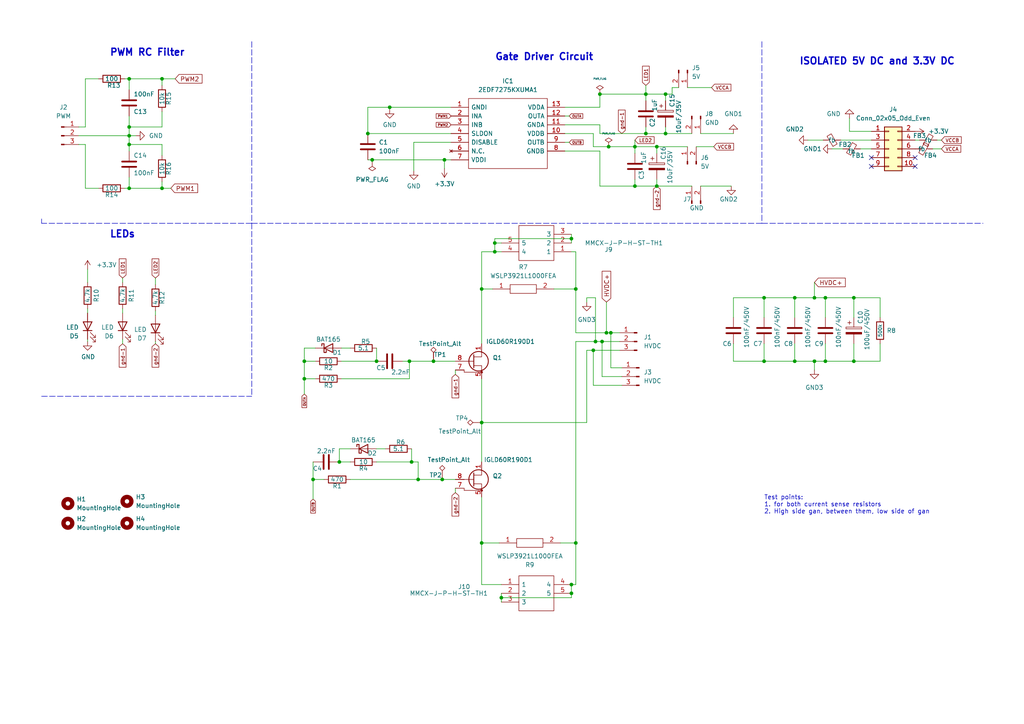
<source format=kicad_sch>
(kicad_sch (version 20211123) (generator eeschema)
  (paper "A4")
  (lib_symbols
    (symbol "2EDF7275KXUMA1:2EDF7275KXUMA1" (pin_names (offset 0.762))
      (property "Reference" "IC" (at 29.21 7.62 0))
      (property "Value" "2EDF7275KXUMA1" (at 29.21 5.08 0))
      (symbol "2EDF7275KXUMA1_0_0"
        (pin passive line (at 0 0 0) (length 5.08) (name "GNDI") (number "1"))
        (pin passive line (at 33.02 -7.62 180) (length 5.08) (name "VDDB") (number "10"))
        (pin passive line (at 33.02 -5.08 180) (length 5.08) (name "GNDA") (number "11"))
        (pin passive line (at 33.02 -2.54 180) (length 5.08) (name "OUTA") (number "12"))
        (pin passive line (at 33.02 0 180) (length 5.08) (name "VDDA") (number "13"))
        (pin passive line (at 0 -2.54 0) (length 5.08) (name "INA") (number "2"))
        (pin passive line (at 0 -5.08 0) (length 5.08) (name "INB") (number "3"))
        (pin passive line (at 0 -7.62 0) (length 5.08) (name "SLDON") (number "4"))
        (pin passive line (at 0 -10.16 0) (length 5.08) (name "DISABLE") (number "5"))
        (pin no_connect line (at 0 -12.7 0) (length 5.08) (name "N.C.") (number "6"))
        (pin passive line (at 0 -15.24 0) (length 5.08) (name "VDDI") (number "7"))
        (pin passive line (at 33.02 -12.7 180) (length 5.08) (name "GNDB") (number "8"))
        (pin passive line (at 33.02 -10.16 180) (length 5.08) (name "OUTB") (number "9"))
      )
      (symbol "2EDF7275KXUMA1_0_1"
        (polyline (pts (xy 5.08 2.54) (xy 27.94 2.54) (xy 27.94 -17.78) (xy 5.08 -17.78) (xy 5.08 2.54)) (stroke (width 0.1524)))
      )
    )
    (symbol "Connector:Conn_01x02_Male" (pin_names (offset 1.016) hide)
      (property "Reference" "J" (at 0 2.54 0))
      (property "Value" "Conn_01x02_Male" (at 0 -5.08 0))
      (symbol "Conn_01x02_Male_1_1"
        (polyline (pts (xy 1.27 -2.54) (xy 0.8636 -2.54)) (stroke (width 0.1524)))
        (polyline (pts (xy 1.27 0) (xy 0.8636 0)) (stroke (width 0.1524)))
        (rectangle (start 0.8636 -2.413) (end 0 -2.667) (stroke (width 0.1524)) (fill (type outline)))
        (rectangle (start 0.8636 0.127) (end 0 -0.127) (stroke (width 0.1524)) (fill (type outline)))
        (pin passive line (at 5.08 0 180) (length 3.81) (name "Pin_1") (number "1"))
        (pin passive line (at 5.08 -2.54 180) (length 3.81) (name "Pin_2") (number "2"))
      )
    )
    (symbol "Connector:Conn_01x03_Male" (pin_names (offset 1.016) hide)
      (property "Reference" "J" (at 0 5.08 0))
      (property "Value" "Conn_01x03_Male" (at 0 -5.08 0))
      (symbol "Conn_01x03_Male_1_1"
        (polyline (pts (xy 1.27 -2.54) (xy 0.8636 -2.54)) (stroke (width 0.1524)))
        (polyline (pts (xy 1.27 0) (xy 0.8636 0)) (stroke (width 0.1524)))
        (polyline (pts (xy 1.27 2.54) (xy 0.8636 2.54)) (stroke (width 0.1524)))
        (rectangle (start 0.8636 -2.413) (end 0 -2.667) (stroke (width 0.1524)) (fill (type outline)))
        (rectangle (start 0.8636 0.127) (end 0 -0.127) (stroke (width 0.1524)) (fill (type outline)))
        (rectangle (start 0.8636 2.667) (end 0 2.413) (stroke (width 0.1524)) (fill (type outline)))
        (pin passive line (at 5.08 2.54 180) (length 3.81) (name "Pin_1") (number "1"))
        (pin passive line (at 5.08 0 180) (length 3.81) (name "Pin_2") (number "2"))
        (pin passive line (at 5.08 -2.54 180) (length 3.81) (name "Pin_3") (number "3"))
      )
    )
    (symbol "Connector:TestPoint_Alt" (pin_numbers hide) (pin_names (offset 0.762) hide)
      (property "Reference" "TP" (at 0 6.858 0))
      (property "Value" "TestPoint_Alt" (at 0 5.08 0))
      (symbol "TestPoint_Alt_0_1"
        (polyline (pts (xy 0 2.54) (xy -0.762 3.302) (xy 0 4.064) (xy 0.762 3.302) (xy 0 2.54)))
      )
      (symbol "TestPoint_Alt_1_1"
        (pin passive line (at 0 0 90) (length 2.54) (name "1") (number "1"))
      )
    )
    (symbol "Connector_Generic:Conn_02x05_Odd_Even" (pin_names (offset 1.016) hide)
      (property "Reference" "J" (at 1.27 7.62 0))
      (property "Value" "Conn_02x05_Odd_Even" (at 1.27 -7.62 0))
      (symbol "Conn_02x05_Odd_Even_1_1"
        (rectangle (start -1.27 -4.953) (end 0 -5.207) (stroke (width 0.1524)))
        (rectangle (start -1.27 -2.413) (end 0 -2.667) (stroke (width 0.1524)))
        (rectangle (start -1.27 0.127) (end 0 -0.127) (stroke (width 0.1524)))
        (rectangle (start -1.27 2.667) (end 0 2.413) (stroke (width 0.1524)))
        (rectangle (start -1.27 5.207) (end 0 4.953) (stroke (width 0.1524)))
        (rectangle (start -1.27 6.35) (end 3.81 -6.35) (stroke (width 0.254)) (fill (type background)))
        (rectangle (start 3.81 -4.953) (end 2.54 -5.207) (stroke (width 0.1524)))
        (rectangle (start 3.81 -2.413) (end 2.54 -2.667) (stroke (width 0.1524)))
        (rectangle (start 3.81 0.127) (end 2.54 -0.127) (stroke (width 0.1524)))
        (rectangle (start 3.81 2.667) (end 2.54 2.413) (stroke (width 0.1524)))
        (rectangle (start 3.81 5.207) (end 2.54 4.953) (stroke (width 0.1524)))
        (pin passive line (at -5.08 5.08 0) (length 3.81) (name "Pin_1") (number "1"))
        (pin passive line (at 7.62 -5.08 180) (length 3.81) (name "Pin_10") (number "10"))
        (pin passive line (at 7.62 5.08 180) (length 3.81) (name "Pin_2") (number "2"))
        (pin passive line (at -5.08 2.54 0) (length 3.81) (name "Pin_3") (number "3"))
        (pin passive line (at 7.62 2.54 180) (length 3.81) (name "Pin_4") (number "4"))
        (pin passive line (at -5.08 0 0) (length 3.81) (name "Pin_5") (number "5"))
        (pin passive line (at 7.62 0 180) (length 3.81) (name "Pin_6") (number "6"))
        (pin passive line (at -5.08 -2.54 0) (length 3.81) (name "Pin_7") (number "7"))
        (pin passive line (at 7.62 -2.54 180) (length 3.81) (name "Pin_8") (number "8"))
        (pin passive line (at -5.08 -5.08 0) (length 3.81) (name "Pin_9") (number "9"))
      )
    )
    (symbol "Device:C" (pin_numbers hide) (pin_names (offset 0.254))
      (property "Reference" "C" (at 0.635 2.54 0))
      (property "Value" "C" (at 0.635 -2.54 0))
      (symbol "C_0_1"
        (polyline (pts (xy -2.032 -0.762) (xy 2.032 -0.762)) (stroke (width 0.508)))
        (polyline (pts (xy -2.032 0.762) (xy 2.032 0.762)) (stroke (width 0.508)))
      )
      (symbol "C_1_1"
        (pin passive line (at 0 3.81 270) (length 2.794) (name "~") (number "1"))
        (pin passive line (at 0 -3.81 90) (length 2.794) (name "~") (number "2"))
      )
    )
    (symbol "Device:C_Polarized" (pin_numbers hide) (pin_names (offset 0.254))
      (property "Reference" "C" (at 0.635 2.54 0))
      (property "Value" "C_Polarized" (at 0.635 -2.54 0))
      (symbol "C_Polarized_0_1"
        (rectangle (start -2.286 0.508) (end 2.286 1.016))
        (polyline (pts (xy -1.778 2.286) (xy -0.762 2.286)))
        (polyline (pts (xy -1.27 2.794) (xy -1.27 1.778)))
        (rectangle (start 2.286 -0.508) (end -2.286 -1.016) (fill (type outline)))
      )
      (symbol "C_Polarized_1_1"
        (pin passive line (at 0 3.81 270) (length 2.794) (name "~") (number "1"))
        (pin passive line (at 0 -3.81 90) (length 2.794) (name "~") (number "2"))
      )
    )
    (symbol "Device:D_Schottky" (pin_numbers hide) (pin_names (offset 1.016) hide)
      (property "Reference" "D" (at 0 2.54 0))
      (property "Value" "D_Schottky" (at 0 -2.54 0))
      (symbol "D_Schottky_0_1"
        (polyline (pts (xy 1.27 0) (xy -1.27 0)))
        (polyline (pts (xy 1.27 1.27) (xy 1.27 -1.27) (xy -1.27 0) (xy 1.27 1.27)) (stroke (width 0.254)))
        (polyline (pts (xy -1.905 0.635) (xy -1.905 1.27) (xy -1.27 1.27) (xy -1.27 -1.27) (xy -0.635 -1.27) (xy -0.635 -0.635)) (stroke (width 0.254)))
      )
      (symbol "D_Schottky_1_1"
        (pin passive line (at -3.81 0 0) (length 2.54) (name "K") (number "1"))
        (pin passive line (at 3.81 0 180) (length 2.54) (name "A") (number "2"))
      )
    )
    (symbol "Device:FerriteBead_Small" (pin_numbers hide) (pin_names (offset 0))
      (property "Reference" "FB" (at 1.905 1.27 0))
      (property "Value" "FerriteBead_Small" (at 1.905 -1.27 0))
      (symbol "FerriteBead_Small_0_1"
        (polyline (pts (xy 0 -1.27) (xy 0 -0.7874)))
        (polyline (pts (xy 0 0.889) (xy 0 1.2954)))
        (polyline (pts (xy -1.8288 0.2794) (xy -1.1176 1.4986) (xy 1.8288 -0.2032) (xy 1.1176 -1.4224) (xy -1.8288 0.2794)))
      )
      (symbol "FerriteBead_Small_1_1"
        (pin passive line (at 0 2.54 270) (length 1.27) (name "~") (number "1"))
        (pin passive line (at 0 -2.54 90) (length 1.27) (name "~") (number "2"))
      )
    )
    (symbol "Device:LED" (pin_numbers hide) (pin_names (offset 1.016) hide)
      (property "Reference" "D" (at 0 2.54 0))
      (property "Value" "LED" (at 0 -2.54 0))
      (symbol "LED_0_1"
        (polyline (pts (xy -1.27 -1.27) (xy -1.27 1.27)) (stroke (width 0.254)))
        (polyline (pts (xy -1.27 0) (xy 1.27 0)))
        (polyline (pts (xy 1.27 -1.27) (xy 1.27 1.27) (xy -1.27 0) (xy 1.27 -1.27)) (stroke (width 0.254)))
        (polyline (pts (xy -3.048 -0.762) (xy -4.572 -2.286) (xy -3.81 -2.286) (xy -4.572 -2.286) (xy -4.572 -1.524)))
        (polyline (pts (xy -1.778 -0.762) (xy -3.302 -2.286) (xy -2.54 -2.286) (xy -3.302 -2.286) (xy -3.302 -1.524)))
      )
      (symbol "LED_1_1"
        (pin passive line (at -3.81 0 0) (length 2.54) (name "K") (number "1"))
        (pin passive line (at 3.81 0 180) (length 2.54) (name "A") (number "2"))
      )
    )
    (symbol "Device:R" (pin_numbers hide) (pin_names (offset 0))
      (property "Reference" "R" (at 2.032 0 90))
      (property "Value" "R" (at 0 0 90))
      (symbol "R_0_1"
        (rectangle (start -1.016 -2.54) (end 1.016 2.54) (stroke (width 0.254)))
      )
      (symbol "R_1_1"
        (pin passive line (at 0 3.81 270) (length 1.27) (name "~") (number "1"))
        (pin passive line (at 0 -3.81 90) (length 1.27) (name "~") (number "2"))
      )
    )
    (symbol "MMCX-J-P-H-ST-TH1:MMCX-J-P-H-ST-TH1" (pin_names (offset 0.762))
      (property "Reference" "J" (at 16.51 7.62 0))
      (property "Value" "MMCX-J-P-H-ST-TH1" (at 16.51 5.08 0))
      (symbol "MMCX-J-P-H-ST-TH1_0_0"
        (pin passive line (at 0 0 0) (length 5.08) (name "1") (number "1"))
        (pin passive line (at 0 -2.54 0) (length 5.08) (name "2") (number "2"))
        (pin passive line (at 0 -5.08 0) (length 5.08) (name "3") (number "3"))
        (pin passive line (at 20.32 0 180) (length 5.08) (name "4") (number "4"))
        (pin passive line (at 20.32 -2.54 180) (length 5.08) (name "5") (number "5"))
      )
      (symbol "MMCX-J-P-H-ST-TH1_0_1"
        (polyline (pts (xy 5.08 2.54) (xy 15.24 2.54) (xy 15.24 -7.62) (xy 5.08 -7.62) (xy 5.08 2.54)) (stroke (width 0.1524)))
      )
    )
    (symbol "Mechanical:MountingHole" (pin_names (offset 1.016))
      (property "Reference" "H" (at 0 5.08 0))
      (property "Value" "MountingHole" (at 0 3.175 0))
      (symbol "MountingHole_0_1"
        (circle (center 0 0) (radius 1.27) (stroke (width 1.27)))
      )
    )
    (symbol "Transistor_FET:IGLD60R190D1" (pin_names (offset 0) hide)
      (property "Reference" "Q" (at 5.08 1.905 0))
      (property "Value" "IGLD60R190D1" (at 5.08 0 0))
      (symbol "IGLD60R190D1_0_1"
        (polyline (pts (xy -2.54 0) (xy 0.254 0)))
        (polyline (pts (xy -2.54 -2.54) (xy -2.54 -3.175) (xy 2.54 -3.175)))
        (polyline (pts (xy 0.254 -1.27) (xy 2.54 -1.27) (xy 2.54 -2.54)))
        (polyline (pts (xy 0.254 1.905) (xy 0.254 -1.905) (xy 0.254 -1.905)) (stroke (width 0.254)))
        (polyline (pts (xy 2.54 2.54) (xy 2.54 1.27) (xy 0.254 1.27)))
        (circle (center 1.651 0) (radius 2.8194) (stroke (width 0.254)))
        (circle (center 2.54 -3.175) (radius 0.2794) (fill (type outline)))
      )
      (symbol "IGLD60R190D1_1_1"
        (pin passive line (at 2.54 5.08 270) (length 2.54) (name "D") (number "1"))
        (pin passive line (at 2.54 5.08 270) (length 2.54) hide (name "D") (number "2"))
        (pin passive line (at 2.54 5.08 270) (length 2.54) hide (name "D") (number "3"))
        (pin passive line (at 2.54 5.08 270) (length 2.54) hide (name "D") (number "4"))
        (pin passive line (at 2.54 -5.08 90) (length 2.54) (name "S") (number "5"))
        (pin passive line (at 2.54 -5.08 90) (length 2.54) hide (name "S") (number "6"))
        (pin passive line (at -5.08 -2.54 0) (length 2.54) (name "SS") (number "7"))
        (pin input line (at -5.08 0 0) (length 2.54) (name "G") (number "8"))
        (pin passive line (at 2.54 -5.08 90) (length 2.54) hide (name "S") (number "9"))
      )
    )
    (symbol "WSLP3921L1000FEA:WSLP3921L1000FEA" (pin_names (offset 0.762))
      (property "Reference" "R" (at 13.97 6.35 0))
      (property "Value" "WSLP3921L1000FEA" (at 13.97 3.81 0))
      (symbol "WSLP3921L1000FEA_0_0"
        (pin passive line (at 0 0 0) (length 5.08) (name "~") (number "1"))
        (pin passive line (at 17.78 0 180) (length 5.08) (name "~") (number "2"))
      )
      (symbol "WSLP3921L1000FEA_0_1"
        (polyline (pts (xy 5.08 1.27) (xy 12.7 1.27) (xy 12.7 -1.27) (xy 5.08 -1.27) (xy 5.08 1.27)) (stroke (width 0.1524)))
      )
    )
    (symbol "power:+3.3V" (power) (pin_names (offset 0))
      (property "Value" "+3.3V" (at 0 3.556 0))
      (symbol "+3.3V_0_1"
        (polyline (pts (xy -0.762 1.27) (xy 0 2.54)))
        (polyline (pts (xy 0 0) (xy 0 2.54)))
        (polyline (pts (xy 0 2.54) (xy 0.762 1.27)))
      )
      (symbol "+3.3V_1_1"
        (pin power_in line (at 0 0 90) (length 0) hide (name "+3.3V") (number "1"))
      )
    )
    (symbol "power:GND" (power) (pin_names (offset 0))
      (property "Value" "GND" (at 0 -3.81 0))
      (symbol "GND_0_1"
        (polyline (pts (xy 0 0) (xy 0 -1.27) (xy 1.27 -1.27) (xy 0 -2.54) (xy -1.27 -1.27) (xy 0 -1.27)))
      )
      (symbol "GND_1_1"
        (pin power_in line (at 0 0 270) (length 0) hide (name "GND") (number "1"))
      )
    )
    (symbol "power:GND1" (power) (pin_names (offset 0))
      (property "Value" "GND1" (at 0 -3.81 0))
      (symbol "GND1_0_1"
        (polyline (pts (xy 0 0) (xy 0 -1.27) (xy 1.27 -1.27) (xy 0 -2.54) (xy -1.27 -1.27) (xy 0 -1.27)))
      )
      (symbol "GND1_1_1"
        (pin power_in line (at 0 0 270) (length 0) hide (name "GND1") (number "1"))
      )
    )
    (symbol "power:GND2" (power) (pin_names (offset 0))
      (property "Value" "GND2" (at 0 -3.81 0))
      (symbol "GND2_0_1"
        (polyline (pts (xy 0 0) (xy 0 -1.27) (xy 1.27 -1.27) (xy 0 -2.54) (xy -1.27 -1.27) (xy 0 -1.27)))
      )
      (symbol "GND2_1_1"
        (pin power_in line (at 0 0 270) (length 0) hide (name "GND2") (number "1"))
      )
    )
    (symbol "power:GND3" (power) (pin_names (offset 0))
      (property "Value" "GND3" (at 0 -3.81 0))
      (symbol "GND3_0_1"
        (polyline (pts (xy 0 0) (xy 0 -1.27) (xy 1.27 -1.27) (xy 0 -2.54) (xy -1.27 -1.27) (xy 0 -1.27)))
      )
      (symbol "GND3_1_1"
        (pin power_in line (at 0 0 270) (length 0) hide (name "GND3") (number "1"))
      )
    )
    (symbol "power:PWR_FLAG" (power) (pin_numbers hide) (pin_names (offset 0) hide)
      (property "Value" "PWR_FLAG" (at 0 3.81 0))
      (symbol "PWR_FLAG_0_0"
        (pin power_out line (at 0 0 90) (length 0) (name "pwr") (number "1"))
      )
      (symbol "PWR_FLAG_0_1"
        (polyline (pts (xy 0 0) (xy 0 1.27) (xy -1.016 1.905) (xy 0 2.54) (xy 1.016 1.905) (xy 0 1.27)))
      )
    )
  )
  (junction (at 193.04 27.305))
  (junction (at 247.65 104.775))
  (junction (at 139.7 83.82))
  (junction (at 37.465 54.61))
  (junction (at 145.415 173.355))
  (junction (at 109.22 104.775))
  (junction (at 177.165 96.52))
  (junction (at 107.95 46.355))
  (junction (at 230.505 104.775))
  (junction (at 187.325 27.305))
  (junction (at 236.22 86.36))
  (junction (at 128.905 46.355))
  (junction (at 119.38 133.985))
  (junction (at 106.68 38.735))
  (junction (at 230.505 86.36))
  (junction (at 190.5 53.975))
  (junction (at 172.72 99.06))
  (junction (at 88.265 104.775))
  (junction (at 37.465 41.91))
  (junction (at 184.15 42.545))
  (junction (at 236.22 104.775))
  (junction (at 184.15 53.975))
  (junction (at 46.99 22.86))
  (junction (at 175.895 96.52))
  (junction (at 139.7 122.555))
  (junction (at 113.03 31.115))
  (junction (at 90.805 139.065))
  (junction (at 46.99 54.61))
  (junction (at 98.425 133.985))
  (junction (at 37.465 36.83))
  (junction (at 165.735 169.545))
  (junction (at 239.395 86.36))
  (junction (at 143.51 73.025))
  (junction (at 143.51 70.485))
  (junction (at 165.735 69.215))
  (junction (at 128.27 139.065))
  (junction (at 139.7 157.48))
  (junction (at 173.99 27.305))
  (junction (at 193.04 38.735))
  (junction (at 118.745 104.775))
  (junction (at 167.005 83.82))
  (junction (at 239.395 104.775))
  (junction (at 172.085 101.6))
  (junction (at 37.465 39.37))
  (junction (at 37.465 22.86))
  (junction (at 174.625 99.06))
  (junction (at 88.265 109.855))
  (junction (at 167.005 157.48))
  (junction (at 121.285 139.065))
  (junction (at 165.735 172.085))
  (junction (at 190.5 42.545))
  (junction (at 125.73 104.775))
  (junction (at 247.65 86.36))
  (junction (at 221.615 104.775))
  (junction (at 221.615 86.36))
  (junction (at 176.53 42.545))
  (junction (at 187.325 38.735))
  (no_connect (at 252.73 48.26))
  (no_connect (at 252.73 45.72))
  (no_connect (at 265.43 48.26))
  (no_connect (at 265.43 45.72))
  (wire (pts (xy 98.425 130.175) (xy 101.6 130.175)))
  (wire (pts (xy 24.765 54.61) (xy 24.765 41.91)))
  (wire (pts (xy 173.99 43.815) (xy 163.83 43.815)))
  (wire (pts (xy 172.085 101.6) (xy 179.705 101.6)))
  (polyline (pts (xy 12.065 114.935) (xy 73.025 114.935)))
  (wire (pts (xy 107.95 46.355) (xy 107.95 46.99)))
  (wire (pts (xy 45.085 90.17) (xy 45.085 91.44)))
  (wire (pts (xy 106.68 38.735) (xy 130.81 38.735)))
  (wire (pts (xy 193.04 36.83) (xy 193.04 38.735)))
  (wire (pts (xy 187.325 29.21) (xy 187.325 27.305)))
  (wire (pts (xy 190.5 42.545) (xy 199.39 42.545)))
  (wire (pts (xy 99.06 104.775) (xy 109.22 104.775)))
  (wire (pts (xy 139.7 109.855) (xy 139.7 122.555)))
  (wire (pts (xy 180.34 106.68) (xy 177.165 106.68)))
  (wire (pts (xy 113.03 31.75) (xy 113.03 31.115)))
  (polyline (pts (xy 220.98 64.77) (xy 285.115 64.77)))
  (wire (pts (xy 143.51 70.485) (xy 143.51 69.215)))
  (wire (pts (xy 143.51 69.215) (xy 165.735 69.215)))
  (wire (pts (xy 236.22 104.775) (xy 236.22 107.315)))
  (wire (pts (xy 163.83 41.275) (xy 165.1 41.275)))
  (wire (pts (xy 239.395 86.36) (xy 236.22 86.36)))
  (wire (pts (xy 24.765 22.86) (xy 28.575 22.86)))
  (wire (pts (xy 165.735 169.545) (xy 167.005 169.545)))
  (wire (pts (xy 173.99 38.735) (xy 173.99 36.195)))
  (wire (pts (xy 132.08 142.875) (xy 132.08 141.605)))
  (wire (pts (xy 177.165 106.68) (xy 177.165 96.52)))
  (polyline (pts (xy 220.98 12.065) (xy 220.98 64.77)))
  (wire (pts (xy 165.735 172.085) (xy 165.735 173.355)))
  (wire (pts (xy 212.725 92.075) (xy 212.725 86.36)))
  (wire (pts (xy 145.415 73.025) (xy 143.51 73.025)))
  (wire (pts (xy 175.895 87.63) (xy 175.895 96.52)))
  (wire (pts (xy 184.15 42.545) (xy 190.5 42.545)))
  (wire (pts (xy 221.615 86.36) (xy 221.615 92.075)))
  (wire (pts (xy 165.735 67.945) (xy 165.735 69.215)))
  (wire (pts (xy 193.04 27.305) (xy 194.945 27.305)))
  (wire (pts (xy 120.015 41.275) (xy 120.015 49.53)))
  (wire (pts (xy 143.51 73.025) (xy 139.7 73.025)))
  (wire (pts (xy 173.99 31.115) (xy 173.99 27.305)))
  (wire (pts (xy 128.27 139.065) (xy 132.08 139.065)))
  (wire (pts (xy 234.315 40.64) (xy 238.76 40.64)))
  (wire (pts (xy 175.895 96.52) (xy 177.165 96.52)))
  (wire (pts (xy 37.465 41.91) (xy 37.465 43.815)))
  (wire (pts (xy 165.735 69.215) (xy 165.735 70.485)))
  (wire (pts (xy 172.085 38.735) (xy 163.83 38.735)))
  (wire (pts (xy 193.04 38.735) (xy 200.66 38.735)))
  (wire (pts (xy 163.83 33.655) (xy 165.1 33.655)))
  (wire (pts (xy 230.505 86.36) (xy 230.505 92.075)))
  (wire (pts (xy 187.325 24.765) (xy 187.325 27.305)))
  (wire (pts (xy 212.725 104.775) (xy 212.725 99.695)))
  (wire (pts (xy 106.68 31.115) (xy 113.03 31.115)))
  (wire (pts (xy 170.18 122.555) (xy 170.18 101.6)))
  (wire (pts (xy 173.99 43.815) (xy 173.99 53.975)))
  (wire (pts (xy 176.53 42.545) (xy 184.15 42.545)))
  (wire (pts (xy 221.615 104.775) (xy 212.725 104.775)))
  (wire (pts (xy 46.99 24.765) (xy 46.99 22.86)))
  (wire (pts (xy 24.765 36.83) (xy 24.765 22.86)))
  (wire (pts (xy 113.03 31.115) (xy 130.81 31.115)))
  (wire (pts (xy 37.465 22.86) (xy 37.465 26.035)))
  (wire (pts (xy 246.38 38.1) (xy 252.73 38.1)))
  (wire (pts (xy 109.22 133.985) (xy 119.38 133.985)))
  (wire (pts (xy 203.2 53.975) (xy 212.09 53.975)))
  (wire (pts (xy 247.65 99.695) (xy 247.65 104.775)))
  (wire (pts (xy 35.56 80.645) (xy 35.56 81.915)))
  (wire (pts (xy 273.05 43.18) (xy 270.51 43.18)))
  (wire (pts (xy 172.085 42.545) (xy 176.53 42.545)))
  (wire (pts (xy 90.805 139.065) (xy 90.805 133.985)))
  (wire (pts (xy 145.415 70.485) (xy 143.51 70.485)))
  (wire (pts (xy 121.285 139.065) (xy 128.27 139.065)))
  (wire (pts (xy 221.615 99.695) (xy 221.615 104.775)))
  (polyline (pts (xy 73.025 64.77) (xy 73.025 114.935)))
  (wire (pts (xy 173.99 38.735) (xy 187.325 38.735)))
  (wire (pts (xy 167.005 157.48) (xy 167.005 169.545)))
  (wire (pts (xy 101.6 133.985) (xy 98.425 133.985)))
  (wire (pts (xy 172.085 111.76) (xy 172.085 101.6)))
  (wire (pts (xy 247.65 86.36) (xy 239.395 86.36)))
  (wire (pts (xy 255.27 86.36) (xy 247.65 86.36)))
  (wire (pts (xy 93.98 139.065) (xy 90.805 139.065)))
  (wire (pts (xy 271.78 40.64) (xy 273.05 40.64)))
  (wire (pts (xy 170.18 86.36) (xy 170.18 87.63)))
  (wire (pts (xy 116.84 104.775) (xy 118.745 104.775)))
  (wire (pts (xy 46.99 45.085) (xy 46.99 41.91)))
  (wire (pts (xy 88.265 114.3) (xy 88.265 109.855)))
  (wire (pts (xy 139.7 122.555) (xy 139.7 133.985)))
  (wire (pts (xy 184.15 52.07) (xy 184.15 53.975)))
  (wire (pts (xy 173.99 27.305) (xy 187.325 27.305)))
  (wire (pts (xy 230.505 99.695) (xy 230.505 104.775)))
  (wire (pts (xy 145.415 173.355) (xy 145.415 174.625)))
  (wire (pts (xy 139.7 73.025) (xy 139.7 83.82)))
  (wire (pts (xy 22.86 36.83) (xy 24.765 36.83)))
  (wire (pts (xy 35.56 99.695) (xy 35.56 98.425)))
  (polyline (pts (xy 220.98 64.77) (xy 73.025 64.77)))
  (wire (pts (xy 37.465 33.655) (xy 37.465 36.83)))
  (wire (pts (xy 22.86 41.91) (xy 24.765 41.91)))
  (wire (pts (xy 247.65 104.775) (xy 255.27 104.775)))
  (wire (pts (xy 99.06 100.965) (xy 101.6 100.965)))
  (wire (pts (xy 118.745 104.775) (xy 125.73 104.775)))
  (wire (pts (xy 203.2 38.735) (xy 212.725 38.735)))
  (wire (pts (xy 128.905 46.355) (xy 128.905 48.895)))
  (wire (pts (xy 252.73 43.18) (xy 249.555 43.18)))
  (wire (pts (xy 172.085 42.545) (xy 172.085 38.735)))
  (wire (pts (xy 25.4 78.105) (xy 25.4 81.915)))
  (wire (pts (xy 190.5 52.07) (xy 190.5 53.975)))
  (wire (pts (xy 36.195 54.61) (xy 37.465 54.61)))
  (wire (pts (xy 46.99 54.61) (xy 37.465 54.61)))
  (wire (pts (xy 139.7 169.545) (xy 139.7 157.48)))
  (wire (pts (xy 91.44 104.775) (xy 88.265 104.775)))
  (wire (pts (xy 173.99 53.975) (xy 184.15 53.975)))
  (wire (pts (xy 46.99 32.385) (xy 46.99 36.83)))
  (wire (pts (xy 184.15 53.975) (xy 190.5 53.975)))
  (wire (pts (xy 160.655 83.82) (xy 167.005 83.82)))
  (wire (pts (xy 46.99 22.86) (xy 37.465 22.86)))
  (wire (pts (xy 139.7 122.555) (xy 170.18 122.555)))
  (wire (pts (xy 22.86 39.37) (xy 37.465 39.37)))
  (wire (pts (xy 37.465 54.61) (xy 37.465 51.435)))
  (wire (pts (xy 165.735 169.545) (xy 165.735 172.085)))
  (wire (pts (xy 90.805 144.78) (xy 90.805 139.065)))
  (wire (pts (xy 106.68 46.355) (xy 107.95 46.355)))
  (wire (pts (xy 172.72 86.36) (xy 172.72 99.06)))
  (wire (pts (xy 128.905 46.355) (xy 130.81 46.355)))
  (wire (pts (xy 199.39 25.4) (xy 206.375 25.4)))
  (wire (pts (xy 145.415 172.085) (xy 145.415 173.355)))
  (wire (pts (xy 109.22 104.775) (xy 109.22 100.965)))
  (wire (pts (xy 139.7 144.145) (xy 139.7 157.48)))
  (polyline (pts (xy 73.025 64.77) (xy 12.065 64.77)))
  (wire (pts (xy 255.27 99.695) (xy 255.27 104.775)))
  (wire (pts (xy 37.465 36.83) (xy 37.465 39.37)))
  (wire (pts (xy 139.7 83.82) (xy 139.7 99.695)))
  (wire (pts (xy 230.505 104.775) (xy 221.615 104.775)))
  (wire (pts (xy 46.99 54.61) (xy 49.53 54.61)))
  (wire (pts (xy 167.005 73.025) (xy 167.005 83.82)))
  (wire (pts (xy 46.99 22.86) (xy 50.8 22.86)))
  (wire (pts (xy 167.005 96.52) (xy 175.895 96.52)))
  (wire (pts (xy 45.085 99.695) (xy 45.085 99.06)))
  (wire (pts (xy 46.99 36.83) (xy 37.465 36.83)))
  (wire (pts (xy 139.7 169.545) (xy 145.415 169.545)))
  (wire (pts (xy 167.005 99.06) (xy 172.72 99.06)))
  (wire (pts (xy 25.4 89.535) (xy 25.4 90.805)))
  (wire (pts (xy 37.465 39.37) (xy 39.37 39.37)))
  (wire (pts (xy 190.5 44.45) (xy 190.5 42.545)))
  (wire (pts (xy 193.04 29.21) (xy 193.04 27.305)))
  (wire (pts (xy 99.06 109.855) (xy 118.745 109.855)))
  (wire (pts (xy 106.68 31.115) (xy 106.68 38.735)))
  (wire (pts (xy 167.005 83.82) (xy 167.005 96.52)))
  (wire (pts (xy 139.7 157.48) (xy 144.78 157.48)))
  (wire (pts (xy 167.005 99.06) (xy 167.005 157.48)))
  (wire (pts (xy 88.265 109.855) (xy 88.265 104.775)))
  (wire (pts (xy 236.22 104.775) (xy 239.395 104.775)))
  (wire (pts (xy 194.945 25.4) (xy 196.85 25.4)))
  (wire (pts (xy 46.99 41.91) (xy 37.465 41.91)))
  (wire (pts (xy 239.395 99.695) (xy 239.395 104.775)))
  (wire (pts (xy 132.08 108.585) (xy 132.08 107.315)))
  (wire (pts (xy 119.38 133.985) (xy 119.38 130.175)))
  (wire (pts (xy 125.73 104.775) (xy 132.08 104.775)))
  (wire (pts (xy 91.44 109.855) (xy 88.265 109.855)))
  (wire (pts (xy 184.15 42.545) (xy 184.15 44.45)))
  (wire (pts (xy 121.285 139.065) (xy 121.285 133.985)))
  (wire (pts (xy 194.945 25.4) (xy 194.945 27.305)))
  (wire (pts (xy 28.575 54.61) (xy 24.765 54.61)))
  (wire (pts (xy 190.5 53.975) (xy 200.66 53.975)))
  (wire (pts (xy 255.27 92.075) (xy 255.27 86.36)))
  (wire (pts (xy 247.65 86.36) (xy 247.65 92.075)))
  (wire (pts (xy 241.3 43.18) (xy 244.475 43.18)))
  (wire (pts (xy 46.99 52.705) (xy 46.99 54.61)))
  (wire (pts (xy 98.425 133.985) (xy 98.425 130.175)))
  (wire (pts (xy 173.99 36.195) (xy 163.83 36.195)))
  (wire (pts (xy 177.165 96.52) (xy 179.705 96.52)))
  (wire (pts (xy 239.395 86.36) (xy 239.395 92.075)))
  (wire (pts (xy 37.465 41.91) (xy 37.465 39.37)))
  (wire (pts (xy 236.22 81.915) (xy 236.22 86.36)))
  (wire (pts (xy 266.7 40.64) (xy 265.43 40.64)))
  (wire (pts (xy 172.72 99.06) (xy 174.625 99.06)))
  (wire (pts (xy 180.34 109.22) (xy 174.625 109.22)))
  (wire (pts (xy 236.22 86.36) (xy 230.505 86.36)))
  (wire (pts (xy 25.4 99.06) (xy 25.4 98.425)))
  (wire (pts (xy 35.56 89.535) (xy 35.56 90.805)))
  (wire (pts (xy 212.725 86.36) (xy 221.615 86.36)))
  (wire (pts (xy 243.84 40.64) (xy 252.73 40.64)))
  (wire (pts (xy 36.195 22.86) (xy 37.465 22.86)))
  (wire (pts (xy 88.265 100.965) (xy 91.44 100.965)))
  (wire (pts (xy 187.325 27.305) (xy 193.04 27.305)))
  (wire (pts (xy 121.285 133.985) (xy 119.38 133.985)))
  (wire (pts (xy 230.505 104.775) (xy 236.22 104.775)))
  (wire (pts (xy 246.38 34.29) (xy 246.38 38.1)))
  (wire (pts (xy 172.72 86.36) (xy 170.18 86.36)))
  (wire (pts (xy 174.625 99.06) (xy 179.705 99.06)))
  (polyline (pts (xy 12.065 63.5) (xy 12.065 64.77)))
  (wire (pts (xy 120.015 41.275) (xy 130.81 41.275)))
  (wire (pts (xy 118.745 109.855) (xy 118.745 104.775)))
  (wire (pts (xy 165.735 173.355) (xy 145.415 173.355)))
  (wire (pts (xy 180.34 111.76) (xy 172.085 111.76)))
  (wire (pts (xy 109.22 130.175) (xy 111.76 130.175)))
  (wire (pts (xy 207.01 42.545) (xy 201.93 42.545)))
  (wire (pts (xy 187.325 36.83) (xy 187.325 38.735)))
  (wire (pts (xy 174.625 109.22) (xy 174.625 99.06)))
  (wire (pts (xy 143.51 70.485) (xy 143.51 73.025)))
  (wire (pts (xy 187.325 38.735) (xy 193.04 38.735)))
  (wire (pts (xy 107.95 46.355) (xy 128.905 46.355)))
  (wire (pts (xy 165.735 73.025) (xy 167.005 73.025)))
  (wire (pts (xy 162.56 157.48) (xy 167.005 157.48)))
  (wire (pts (xy 184.15 40.64) (xy 184.15 42.545)))
  (polyline (pts (xy 73.025 12.065) (xy 73.025 64.77)))
  (wire (pts (xy 101.6 139.065) (xy 121.285 139.065)))
  (wire (pts (xy 239.395 104.775) (xy 247.65 104.775)))
  (wire (pts (xy 230.505 86.36) (xy 221.615 86.36)))
  (wire (pts (xy 88.265 104.775) (xy 88.265 100.965)))
  (wire (pts (xy 139.7 83.82) (xy 142.875 83.82)))
  (wire (pts (xy 163.83 31.115) (xy 173.99 31.115)))
  (wire (pts (xy 170.18 101.6) (xy 172.085 101.6)))
  (wire (pts (xy 45.085 80.645) (xy 45.085 82.55)))
  (text "Test points: \n1. for both current sense resistors\n2. High side gan, between them, low side of gan\n" (at 221.615 149.225 0) (effects (font (size 1.27 1.27)) (justify left bottom)))
  (text "LEDs" (at 31.75 69.215 0) (effects (font (size 2 2) (thickness 0.4) bold) (justify left bottom)))
  (text "ISOLATED 5V DC and 3.3V DC" (at 231.775 19.05 0) (effects (font (size 2 2) (thickness 0.4) bold) (justify left bottom)))
  (text "PWM RC Filter" (at 31.75 16.51 0) (effects (font (size 2 2) (thickness 0.4) bold) (justify left bottom)))
  (text "Gate Driver Circuit" (at 143.51 17.78 0) (effects (font (size 2 2) (thickness 0.4) bold) (justify left bottom)))
  (global_label "VCCA" (shape input) (at 273.05 43.18 0) (effects (font (size 1 1))) (property "Intersheet References" "${INTERSHEET_REFS}" (effects hide)))
  (global_label "HVDC+" (shape input) (at 175.895 87.63 90) (property "Intersheet References" "${INTERSHEET_REFS}" (effects hide)))
  (global_label "LED1" (shape input) (at 187.325 24.765 90) (effects (font (size 1 1))) (property "Intersheet References" "${INTERSHEET_REFS}" (effects hide)))
  (global_label "VCCB" (shape input) (at 273.05 40.64 0) (effects (font (size 1 1))) (property "Intersheet References" "${INTERSHEET_REFS}" (effects hide)))
  (global_label "PWM1" (shape input) (at 49.53 54.61 0) (property "Intersheet References" "${INTERSHEET_REFS}" (effects hide)))
  (global_label "PWM2" (shape input) (at 50.8 22.86 0) (property "Intersheet References" "${INTERSHEET_REFS}" (effects hide)))
  (global_label "PWM2" (shape input) (at 130.81 36.195 180) (effects (font (size 0.7 0.7))) (property "Intersheet References" "${INTERSHEET_REFS}" (effects hide)))
  (global_label "gnd-1" (shape input) (at 180.34 38.735 90) (effects (font (size 1 1))) (property "Intersheet References" "${INTERSHEET_REFS}" (effects hide)))
  (global_label "OUTB" (shape input) (at 165.1 41.275 0) (effects (font (size 0.7 0.7))) (property "Intersheet References" "${INTERSHEET_REFS}" (effects hide)))
  (global_label "gnd-2" (shape input) (at 45.085 99.695 270) (effects (font (size 1 1))) (property "Intersheet References" "${INTERSHEET_REFS}" (effects hide)))
  (global_label "VCCA" (shape input) (at 206.375 25.4 0) (effects (font (size 1 1))) (property "Intersheet References" "${INTERSHEET_REFS}" (effects hide)))
  (global_label "LED2" (shape input) (at 184.15 40.64 0) (effects (font (size 1 1))) (property "Intersheet References" "${INTERSHEET_REFS}" (effects hide)))
  (global_label "LED2" (shape input) (at 45.085 80.645 90) (effects (font (size 1 1))) (property "Intersheet References" "${INTERSHEET_REFS}" (effects hide)))
  (global_label "OUTA" (shape input) (at 88.265 114.3 270) (effects (font (size 0.7 0.7))) (property "Intersheet References" "${INTERSHEET_REFS}" (effects hide)))
  (global_label "gnd-2" (shape input) (at 190.5 53.975 270) (effects (font (size 1 1))) (property "Intersheet References" "${INTERSHEET_REFS}" (effects hide)))
  (global_label "OUTB" (shape input) (at 90.805 144.78 270) (effects (font (size 0.7 0.7))) (property "Intersheet References" "${INTERSHEET_REFS}" (effects hide)))
  (global_label "LED1" (shape input) (at 35.56 80.645 90) (effects (font (size 1 1))) (property "Intersheet References" "${INTERSHEET_REFS}" (effects hide)))
  (global_label "OUTA" (shape input) (at 165.1 33.655 0) (effects (font (size 0.7 0.7))) (property "Intersheet References" "${INTERSHEET_REFS}" (effects hide)))
  (global_label "gnd-2" (shape input) (at 132.08 142.875 270) (effects (font (size 1 1))) (property "Intersheet References" "${INTERSHEET_REFS}" (effects hide)))
  (global_label "gnd-1" (shape input) (at 132.08 108.585 270) (effects (font (size 1 1))) (property "Intersheet References" "${INTERSHEET_REFS}" (effects hide)))
  (global_label "VCCB" (shape input) (at 207.01 42.545 0) (effects (font (size 1 1))) (property "Intersheet References" "${INTERSHEET_REFS}" (effects hide)))
  (global_label "HVDC+" (shape input) (at 236.22 81.915 0) (property "Intersheet References" "${INTERSHEET_REFS}" (effects hide)))
  (global_label "PWM1" (shape input) (at 130.81 33.655 180) (effects (font (size 0.7 0.7))) (property "Intersheet References" "${INTERSHEET_REFS}" (effects hide)))
  (global_label "gnd-1" (shape input) (at 35.56 99.695 270) (effects (font (size 1 1))) (property "Intersheet References" "${INTERSHEET_REFS}" (effects hide)))
  (symbol (lib_id "Device:FerriteBead_Small") (at 241.3 40.64 270) (mirror x) (unit 1)
    (property "Reference" "FB2" (at 245.11 41.91 90))
    (property "Value" "fb" (at 241.3 40.64 90))
    (property "Footprint" "Resistor_SMD:R_0805_2012Metric" (effects hide))
  )
  (symbol (lib_id "Connector:Conn_01x03_Male") (at 185.42 109.22 0) (mirror y) (unit 1)
    (property "Reference" "J3" (at 186.69 107.9499 0) (effects (justify right)))
    (property "Value" "HVDC" (at 186.69 110.4899 0) (effects (justify right)))
    (property "Footprint" "Connector_Molex:Molex_KK-396_A-41791-0003_1x03_P3.96mm_Vertical" (effects hide))
  )
  (symbol (lib_id "power:GND2") (at 234.315 40.64 270) (mirror x) (unit 1)
    (property "Reference" "#PWR05" (effects hide))
    (property "Value" "GND2" (at 230.505 37.465 90))
  )
  (symbol (lib_id "Device:R") (at 95.25 109.855 90) (unit 1)
    (property "Reference" "R3" (at 95.25 111.76 90))
    (property "Value" "470" (at 95.25 109.855 90))
    (property "Footprint" "Resistor_SMD:R_0805_2012Metric" (effects hide))
  )
  (symbol (lib_id "power:PWR_FLAG") (at 173.99 27.305 0) (unit 1)
    (property "Reference" "#FLG0102" (effects hide))
    (property "Value" "PWR_FLAG" (at 173.99 22.86 0) (effects (font (size 0.5 0.5))))
  )
  (symbol (lib_id "MMCX-J-P-H-ST-TH1:MMCX-J-P-H-ST-TH1") (at 145.415 169.545 0) (unit 1)
    (property "Reference" "J10" (at 134.62 170.18 0))
    (property "Value" "MMCX-J-P-H-ST-TH1" (at 130.175 172.085 0))
    (property "Footprint" "MMCX-J-P-H-ST-TH1:MMCXJPHSTTH1" (effects hide))
    (property "Datasheet" "http://suddendocs.samtec.com/prints/mmcx-j-p-x-st-th1-mkt.pdf" (effects hide))
    (property "Description" "Samtec 50 Straight Through Hole MMCX Connector, jack, Solder Termination, 0  6GHz, Coaxial" (effects hide))
    (property "Height" "4.35" (effects hide))
    (property "Mouser Part Number" "200-MMCXJPHSTTH1" (effects hide))
    (property "Mouser Price/Stock" "https://www.mouser.co.uk/ProductDetail/Samtec/MMCX-J-P-H-ST-TH1?qs=jyzYFa4oMQgZ1Ln0Y5MuTQ%3D%3D" (effects hide))
    (property "Manufacturer_Name" "SAMTEC" (effects hide))
    (property "Manufacturer_Part_Number" "MMCX-J-P-H-ST-TH1" (effects hide))
  )
  (symbol (lib_id "Connector:Conn_01x02_Male") (at 199.39 20.32 270) (unit 1)
    (property "Reference" "J5" (at 200.66 19.6849 90) (effects (justify left)))
    (property "Value" "5V" (at 200.66 22.2249 90) (effects (justify left)))
    (property "Footprint" "Connector_PinHeader_2.54mm:PinHeader_1x02_P2.54mm_Vertical" (effects hide))
  )
  (symbol (lib_id "power:PWR_FLAG") (at 107.95 46.99 180) (unit 1)
    (property "Reference" "#FLG01" (effects hide))
    (property "Value" "PWR_FLAG" (at 107.95 52.07 0))
  )
  (symbol (lib_id "Device:R") (at 45.085 86.36 180) (unit 1)
    (property "Reference" "R12" (at 46.99 86.36 90))
    (property "Value" "4.7k" (at 45.085 86.36 90))
    (property "Footprint" "Resistor_SMD:R_0805_2012Metric" (effects hide))
  )
  (symbol (lib_id "Device:R") (at 97.79 139.065 90) (unit 1)
    (property "Reference" "R1" (at 97.79 140.97 90))
    (property "Value" "470" (at 97.79 139.065 90))
    (property "Footprint" "Resistor_SMD:R_0805_2012Metric" (effects hide))
  )
  (symbol (lib_id "power:GND") (at 120.015 49.53 0) (unit 1)
    (property "Reference" "#PWR0101" (effects hide))
    (property "Value" "GND" (at 120.015 53.975 0))
  )
  (symbol (lib_id "power:GND") (at 246.38 34.29 180) (unit 1)
    (property "Reference" "#PWR08" (effects hide))
    (property "Value" "GND" (at 243.84 33.0201 0) (effects (justify left)))
  )
  (symbol (lib_id "Device:C") (at 230.505 95.885 0) (unit 1)
    (property "Reference" "C8" (at 227.33 99.695 0) (effects (justify left)))
    (property "Value" "100nF/450V" (at 234.315 100.965 90) (effects (justify left)))
    (property "Footprint" "Capacitor_SMD:C_1206_3216Metric" (effects hide))
  )
  (symbol (lib_id "Device:C_Polarized") (at 247.65 95.885 0) (unit 1)
    (property "Reference" "C10" (at 249.555 93.98 90) (effects (justify left)))
    (property "Value" "100uF/450V" (at 251.46 101.6 90) (effects (justify left)))
    (property "Footprint" "Capacitor_THT:CP_Radial_D18.0mm_P7.50mm" (effects hide))
  )
  (symbol (lib_id "Connector:Conn_01x02_Male") (at 199.39 47.625 90) (unit 1)
    (property "Reference" "J6" (at 203.2 45.7199 90) (effects (justify right)))
    (property "Value" "5V" (at 203.2 48.2599 90) (effects (justify right)))
    (property "Footprint" "Connector_PinHeader_2.54mm:PinHeader_1x02_P2.54mm_Vertical" (effects hide))
  )
  (symbol (lib_id "Device:C") (at 239.395 95.885 0) (unit 1)
    (property "Reference" "C9" (at 236.22 99.695 0) (effects (justify left)))
    (property "Value" "100nF/450V" (at 243.205 100.965 90) (effects (justify left)))
    (property "Footprint" "Capacitor_SMD:C_1206_3216Metric" (effects hide))
  )
  (symbol (lib_id "Device:R") (at 35.56 85.725 180) (unit 1)
    (property "Reference" "R11" (at 38.1 85.725 90))
    (property "Value" "4.7k" (at 35.56 85.725 90))
    (property "Footprint" "Resistor_SMD:R_0805_2012Metric" (effects hide))
  )
  (symbol (lib_id "Device:LED") (at 35.56 94.615 90) (unit 1)
    (property "Reference" "D6" (at 33.02 97.4726 90) (effects (justify left)))
    (property "Value" "LED" (at 33.02 94.9326 90) (effects (justify left)))
    (property "Footprint" "LED_SMD:LED_0805_2012Metric" (effects hide))
  )
  (symbol (lib_id "Device:C") (at 187.325 33.02 180) (unit 1)
    (property "Reference" "C2" (at 189.23 35.56 90))
    (property "Value" "1uF" (at 189.865 30.48 90))
    (property "Footprint" "Capacitor_SMD:C_0805_2012Metric" (effects hide))
  )
  (symbol (lib_id "power:+3.3V") (at 25.4 78.105 0) (unit 1)
    (property "Reference" "#PWR0108" (effects hide))
    (property "Value" "+3.3V" (at 27.94 76.8349 0) (effects (justify left)))
  )
  (symbol (lib_id "Device:FerriteBead_Small") (at 269.24 40.64 90) (unit 1)
    (property "Reference" "FB3" (at 266.7 39.37 90))
    (property "Value" "fb" (at 269.24 40.64 90))
    (property "Footprint" "Resistor_SMD:R_0805_2012Metric" (effects hide))
  )
  (symbol (lib_id "Connector:Conn_01x03_Male") (at 17.78 39.37 0) (unit 1)
    (property "Reference" "J2" (at 18.415 31.115 0))
    (property "Value" "PWM" (at 18.415 33.655 0))
    (property "Footprint" "Connector_Molex:Molex_KK-254_AE-6410-03A_1x03_P2.54mm_Vertical" (effects hide))
  )
  (symbol (lib_id "Device:C") (at 113.03 104.775 90) (unit 1)
    (property "Reference" "C5" (at 110.49 106.68 90))
    (property "Value" "2.2nF" (at 116.205 107.95 90))
    (property "Footprint" "Capacitor_SMD:C_0805_2012Metric" (effects hide))
  )
  (symbol (lib_id "Connector:Conn_01x02_Male") (at 203.2 33.655 270) (unit 1)
    (property "Reference" "J8" (at 204.47 33.0199 90) (effects (justify left)))
    (property "Value" "GND" (at 204.47 35.5599 90) (effects (justify left)))
    (property "Footprint" "Connector_PinHeader_2.54mm:PinHeader_1x02_P2.54mm_Vertical" (effects hide))
  )
  (symbol (lib_id "Device:R") (at 255.27 95.885 0) (unit 1)
    (property "Reference" "R8" (at 257.175 95.885 0) (effects (justify left)))
    (property "Value" "500k" (at 255.27 97.79 90) (effects (font (size 1 1)) (justify left)))
    (property "Footprint" "Resistor_SMD:R_0805_2012Metric" (effects hide))
  )
  (symbol (lib_id "power:GND1") (at 241.3 43.18 270) (mirror x) (unit 1)
    (property "Reference" "#PWR04" (effects hide))
    (property "Value" "GND1" (at 233.045 43.18 90) (effects (justify left)))
  )
  (symbol (lib_id "Device:C") (at 94.615 133.985 90) (unit 1)
    (property "Reference" "C4" (at 92.075 135.89 90))
    (property "Value" "2.2nF" (at 94.615 130.81 90))
    (property "Footprint" "Capacitor_SMD:C_0805_2012Metric" (effects hide))
  )
  (symbol (lib_id "Device:C") (at 37.465 29.845 0) (mirror x) (unit 1)
    (property "Reference" "C13" (at 38.735 32.385 0) (effects (justify left)))
    (property "Value" "100nF" (at 38.735 27.305 0) (effects (justify left)))
    (property "Footprint" "Capacitor_SMD:C_0805_2012Metric" (effects hide))
  )
  (symbol (lib_id "power:GND3") (at 170.18 87.63 0) (unit 1)
    (property "Reference" "#PWR06" (effects hide))
    (property "Value" "GND3" (at 170.18 92.71 0))
  )
  (symbol (lib_id "Device:R") (at 46.99 48.895 180) (unit 1)
    (property "Reference" "R16" (at 48.895 48.895 90))
    (property "Value" "10k" (at 46.99 48.895 90))
    (property "Footprint" "Resistor_SMD:R_0805_2012Metric" (effects hide))
  )
  (symbol (lib_id "Connector:TestPoint_Alt") (at 139.7 122.555 90) (unit 1)
    (property "Reference" "TP4" (at 133.985 121.285 90))
    (property "Value" "TestPoint_Alt" (at 133.35 125.095 90))
    (property "Footprint" "TestPoint:TestPoint_THTPad_1.5x1.5mm_Drill0.7mm" (effects hide))
  )
  (symbol (lib_id "Device:R") (at 46.99 28.575 0) (mirror y) (unit 1)
    (property "Reference" "R15" (at 48.895 28.575 90))
    (property "Value" "10k" (at 46.99 28.575 90))
    (property "Footprint" "Resistor_SMD:R_0805_2012Metric" (effects hide))
  )
  (symbol (lib_id "Device:C_Polarized") (at 190.5 48.26 0) (unit 1)
    (property "Reference" "C16" (at 192.405 46.355 90) (effects (justify left)))
    (property "Value" "10uF/35V" (at 194.31 53.34 90) (effects (justify left)))
    (property "Footprint" "Capacitor_SMD:CP_Elec_5x5.3" (effects hide))
  )
  (symbol (lib_id "MMCX-J-P-H-ST-TH1:MMCX-J-P-H-ST-TH1") (at 165.735 73.025 180) (unit 1)
    (property "Reference" "J9" (at 176.53 72.39 0))
    (property "Value" "MMCX-J-P-H-ST-TH1" (at 180.975 70.485 0))
    (property "Footprint" "MMCX-J-P-H-ST-TH1:MMCXJPHSTTH1" (effects hide))
    (property "Datasheet" "http://suddendocs.samtec.com/prints/mmcx-j-p-x-st-th1-mkt.pdf" (effects hide))
    (property "Description" "Samtec 50 Straight Through Hole MMCX Connector, jack, Solder Termination, 0  6GHz, Coaxial" (effects hide))
    (property "Height" "4.35" (effects hide))
    (property "Mouser Part Number" "200-MMCXJPHSTTH1" (effects hide))
    (property "Mouser Price/Stock" "https://www.mouser.co.uk/ProductDetail/Samtec/MMCX-J-P-H-ST-TH1?qs=jyzYFa4oMQgZ1Ln0Y5MuTQ%3D%3D" (effects hide))
    (property "Manufacturer_Name" "SAMTEC" (effects hide))
    (property "Manufacturer_Part_Number" "MMCX-J-P-H-ST-TH1" (effects hide))
  )
  (symbol (lib_id "Device:R") (at 105.41 100.965 90) (unit 1)
    (property "Reference" "R5" (at 106.045 99.06 90))
    (property "Value" "5.1" (at 105.41 100.965 90))
    (property "Footprint" "Resistor_SMD:R_0805_2012Metric" (effects hide))
  )
  (symbol (lib_id "Device:C") (at 37.465 47.625 0) (unit 1)
    (property "Reference" "C14" (at 38.735 45.085 0) (effects (justify left)))
    (property "Value" "100nF" (at 38.735 50.165 0) (effects (justify left)))
    (property "Footprint" "Capacitor_SMD:C_0805_2012Metric" (effects hide))
  )
  (symbol (lib_id "Device:C") (at 221.615 95.885 0) (unit 1)
    (property "Reference" "C7" (at 218.44 99.695 0) (effects (justify left)))
    (property "Value" "100nF/450V" (at 225.425 100.965 90) (effects (justify left)))
    (property "Footprint" "Capacitor_SMD:C_1206_3216Metric" (effects hide))
  )
  (symbol (lib_id "Connector_Generic:Conn_02x05_Odd_Even") (at 257.81 43.18 0) (unit 1)
    (property "Reference" "J4" (at 259.08 31.75 0))
    (property "Value" "Conn_02x05_Odd_Even" (at 259.08 34.29 0))
    (property "Footprint" "61201021621:SHDR10W64P254_2X5_2036X885X925P" (effects hide))
  )
  (symbol (lib_id "WSLP3921L1000FEA:WSLP3921L1000FEA") (at 144.78 157.48 0) (mirror x) (unit 1)
    (property "Reference" "R9" (at 153.67 163.83 0))
    (property "Value" "WSLP3921L1000FEA" (at 153.67 161.29 0))
    (property "Footprint" "footprint:RESC10052X50N" (effects hide))
    (property "Datasheet" "https://datasheet.datasheetarchive.com/originals/distributors/Datasheets_SAMA/cd369b67f640568f5c60fc944b86acf3.pdf" (effects hide))
    (property "Description" "Current Sense Resistors - SMD 9W 0.0001ohm 1%" (effects hide))
    (property "Height" "0.5" (effects hide))
    (property "Manufacturer_Name" "Vishay" (effects hide))
    (property "Manufacturer_Part_Number" "WSLP3921L1000FEA" (effects hide))
    (property "Mouser Part Number" "71-WSLP3921L1000FEA" (effects hide))
    (property "Mouser Price/Stock" "https://www.mouser.co.uk/ProductDetail/Vishay-Dale/WSLP3921L1000FEA?qs=TiOZkKH1s2S5b3T%252BuIp%2FVQ%3D%3D" (effects hide))
  )
  (symbol (lib_id "Mechanical:MountingHole") (at 36.83 151.765 0) (unit 1)
    (property "Reference" "H4" (at 39.37 150.4949 0) (effects (justify left)))
    (property "Value" "MountingHole" (at 39.37 153.0349 0) (effects (justify left)))
    (property "Footprint" "MountingHole:MountingHole_3.2mm_M3" (effects hide))
  )
  (symbol (lib_id "Device:R") (at 25.4 85.725 180) (unit 1)
    (property "Reference" "R10" (at 27.94 85.725 90))
    (property "Value" "4.7k" (at 25.4 85.725 90))
    (property "Footprint" "Resistor_SMD:R_0805_2012Metric" (effects hide))
  )
  (symbol (lib_id "Transistor_FET:IGLD60R190D1") (at 137.16 104.775 0) (unit 1)
    (property "Reference" "Q1" (at 142.875 103.7589 0) (effects (justify left)))
    (property "Value" "IGLD60R190D1" (at 140.97 99.06 0) (effects (justify left)))
    (property "Footprint" "Package_SON:Infineon_PG-LSON-8-1" (effects hide))
    (property "Datasheet" "https://www.infineon.com/dgdl/Infineon-IGLD60R190D1-DataSheet-v02_00-EN.pdf?fileId=5546d46269e1c019016a6d78ff5e2aba" (effects hide))
  )
  (symbol (lib_id "Device:C") (at 212.725 95.885 0) (unit 1)
    (property "Reference" "C6" (at 209.55 99.695 0) (effects (justify left)))
    (property "Value" "100nF/450V" (at 216.535 100.965 90) (effects (justify left)))
    (property "Footprint" "Capacitor_SMD:C_1206_3216Metric" (effects hide))
  )
  (symbol (lib_id "WSLP3921L1000FEA:WSLP3921L1000FEA") (at 142.875 83.82 0) (unit 1)
    (property "Reference" "R7" (at 151.765 77.47 0))
    (property "Value" "WSLP3921L1000FEA" (at 151.765 80.01 0))
    (property "Footprint" "footprint:RESC10052X50N" (effects hide))
    (property "Datasheet" "https://datasheet.datasheetarchive.com/originals/distributors/Datasheets_SAMA/cd369b67f640568f5c60fc944b86acf3.pdf" (effects hide))
    (property "Description" "Current Sense Resistors - SMD 9W 0.0001ohm 1%" (effects hide))
    (property "Height" "0.5" (effects hide))
    (property "Manufacturer_Name" "Vishay" (effects hide))
    (property "Manufacturer_Part_Number" "WSLP3921L1000FEA" (effects hide))
    (property "Mouser Part Number" "71-WSLP3921L1000FEA" (effects hide))
    (property "Mouser Price/Stock" "https://www.mouser.co.uk/ProductDetail/Vishay-Dale/WSLP3921L1000FEA?qs=TiOZkKH1s2S5b3T%252BuIp%2FVQ%3D%3D" (effects hide))
  )
  (symbol (lib_id "Mechanical:MountingHole") (at 19.685 151.765 0) (unit 1)
    (property "Reference" "H2" (at 22.225 150.4949 0) (effects (justify left)))
    (property "Value" "MountingHole" (at 22.225 153.0349 0) (effects (justify left)))
    (property "Footprint" "MountingHole:MountingHole_3.2mm_M3" (effects hide))
  )
  (symbol (lib_id "Mechanical:MountingHole") (at 36.83 145.415 0) (unit 1)
    (property "Reference" "H3" (at 39.37 144.1449 0) (effects (justify left)))
    (property "Value" "MountingHole" (at 39.37 146.6849 0) (effects (justify left)))
    (property "Footprint" "MountingHole:MountingHole_3.2mm_M3" (effects hide))
  )
  (symbol (lib_id "power:GND") (at 113.03 31.75 0) (unit 1)
    (property "Reference" "#PWR0102" (effects hide))
    (property "Value" "GND" (at 113.03 36.195 0))
  )
  (symbol (lib_id "power:GND") (at 25.4 99.06 0) (unit 1)
    (property "Reference" "#PWR0105" (effects hide))
    (property "Value" "GND" (at 23.495 103.505 0) (effects (justify left)))
  )
  (symbol (lib_id "Device:R") (at 32.385 22.86 90) (mirror x) (unit 1)
    (property "Reference" "R13" (at 33.02 24.765 90))
    (property "Value" "100" (at 32.385 22.86 90))
    (property "Footprint" "Resistor_SMD:R_0805_2012Metric" (effects hide))
  )
  (symbol (lib_id "Connector:Conn_01x03_Male") (at 184.785 99.06 0) (mirror y) (unit 1)
    (property "Reference" "J1" (at 186.69 97.7899 0) (effects (justify right)))
    (property "Value" "HVDC" (at 186.69 100.3299 0) (effects (justify right)))
    (property "Footprint" "Connector_Molex:Molex_KK-396_A-41791-0003_1x03_P3.96mm_Vertical" (effects hide))
  )
  (symbol (lib_id "Mechanical:MountingHole") (at 19.685 146.05 0) (unit 1)
    (property "Reference" "H1" (at 22.225 144.7799 0) (effects (justify left)))
    (property "Value" "MountingHole" (at 22.225 147.3199 0) (effects (justify left)))
    (property "Footprint" "MountingHole:MountingHole_3.2mm_M3" (effects hide))
  )
  (symbol (lib_id "power:+3.3V") (at 128.905 48.895 180) (unit 1)
    (property "Reference" "#PWR01" (effects hide))
    (property "Value" "+3.3V" (at 128.905 53.34 0))
  )
  (symbol (lib_id "Device:C") (at 184.15 48.26 180) (unit 1)
    (property "Reference" "C3" (at 186.055 50.8 90))
    (property "Value" "1uF" (at 186.69 45.72 90))
    (property "Footprint" "Capacitor_SMD:C_0805_2012Metric" (effects hide))
  )
  (symbol (lib_id "2EDF7275KXUMA1:2EDF7275KXUMA1") (at 130.81 31.115 0) (unit 1)
    (property "Reference" "IC1" (at 147.32 23.495 0))
    (property "Value" "2EDF7275KXUMA1" (at 147.32 26.035 0))
    (property "Footprint" "2EDF7275K:TFLGA65P500X500X106-14_13N-V" (effects hide))
    (property "Datasheet" "https://www.infineon.com/dgdl/Infineon-2EDS8265H-DS-v02_00-EN.pdf?fileId=5546d462636cc8fb0163b09037983063" (effects hide))
    (property "Description" "Gate Drivers DRIVER IC" (effects hide))
    (property "Height" "1.06" (effects hide))
    (property "Mouser Part Number" "726-2EDF7275KXUMA1" (effects hide))
    (property "Mouser Price/Stock" "https://www.mouser.co.uk/ProductDetail/Infineon-Technologies/2EDF7275KXUMA1?qs=55YtniHzbhBLW9Urmtkx1g%3D%3D" (effects hide))
    (property "Manufacturer_Name" "Infineon" (effects hide))
    (property "Manufacturer_Part_Number" "2EDF7275KXUMA1" (effects hide))
  )
  (symbol (lib_id "power:GND1") (at 212.725 38.735 180) (unit 1)
    (property "Reference" "#PWR02" (effects hide))
    (property "Value" "GND1" (at 212.725 33.02 0))
  )
  (symbol (lib_id "Device:FerriteBead_Small") (at 247.015 43.18 90) (unit 1)
    (property "Reference" "FB1" (at 248.92 45.085 90))
    (property "Value" "fb" (at 247.015 43.815 90))
    (property "Footprint" "Resistor_SMD:R_0805_2012Metric" (effects hide))
  )
  (symbol (lib_id "Device:R") (at 32.385 54.61 90) (unit 1)
    (property "Reference" "R14" (at 32.385 56.515 90))
    (property "Value" "100" (at 32.385 54.61 90))
    (property "Footprint" "Resistor_SMD:R_0805_2012Metric" (effects hide))
  )
  (symbol (lib_id "Device:D_Schottky") (at 105.41 130.175 0) (unit 1)
    (property "Reference" "D2" (at 107.95 131.445 0))
    (property "Value" "BAT165" (at 105.41 127.635 0))
    (property "Footprint" "Diode_SMD:D_SOD-323" (effects hide))
  )
  (symbol (lib_id "Device:R") (at 95.25 104.775 90) (unit 1)
    (property "Reference" "R2" (at 95.25 106.68 90))
    (property "Value" "10" (at 95.25 104.775 90))
    (property "Footprint" "Resistor_SMD:R_0805_2012Metric" (effects hide))
  )
  (symbol (lib_id "Device:C_Polarized") (at 193.04 33.02 0) (unit 1)
    (property "Reference" "C15" (at 194.945 31.115 90) (effects (justify left)))
    (property "Value" "10uF/35V" (at 196.85 38.735 90) (effects (justify left)))
    (property "Footprint" "Capacitor_SMD:CP_Elec_5x5.3" (effects hide))
  )
  (symbol (lib_id "Device:D_Schottky") (at 95.25 100.965 0) (unit 1)
    (property "Reference" "D1" (at 97.79 102.235 0))
    (property "Value" "BAT165" (at 95.25 98.425 0))
    (property "Footprint" "Diode_SMD:D_SOD-323" (effects hide))
  )
  (symbol (lib_id "power:PWR_FLAG") (at 176.53 42.545 0) (unit 1)
    (property "Reference" "#FLG0101" (effects hide))
    (property "Value" "PWR_FLAG" (at 176.53 38.735 0) (effects (font (size 0.5 0.5))))
  )
  (symbol (lib_id "Device:R") (at 115.57 130.175 90) (unit 1)
    (property "Reference" "R6" (at 116.205 128.27 90))
    (property "Value" "5.1" (at 115.57 130.175 90))
    (property "Footprint" "Resistor_SMD:R_0805_2012Metric" (effects hide))
  )
  (symbol (lib_id "Connector:TestPoint_Alt") (at 128.27 139.065 0) (unit 1)
    (property "Reference" "TP2" (at 126.365 137.795 0))
    (property "Value" "TestPoint_Alt" (at 130.175 133.35 0))
    (property "Footprint" "TestPoint:TestPoint_THTPad_1.5x1.5mm_Drill0.7mm" (effects hide))
  )
  (symbol (lib_id "Device:FerriteBead_Small") (at 267.97 43.18 90) (unit 1)
    (property "Reference" "FB4" (at 269.875 45.085 90))
    (property "Value" "fb" (at 267.335 43.18 90))
    (property "Footprint" "Resistor_SMD:R_0805_2012Metric" (effects hide))
  )
  (symbol (lib_id "Device:R") (at 105.41 133.985 90) (unit 1)
    (property "Reference" "R4" (at 105.41 135.89 90))
    (property "Value" "10" (at 105.41 133.985 90))
    (property "Footprint" "Resistor_SMD:R_0805_2012Metric" (effects hide))
  )
  (symbol (lib_id "power:GND") (at 39.37 39.37 90) (unit 1)
    (property "Reference" "#PWR0104" (effects hide))
    (property "Value" "GND" (at 43.18 39.3699 90) (effects (justify right)))
  )
  (symbol (lib_id "Device:LED") (at 25.4 94.615 90) (unit 1)
    (property "Reference" "D5" (at 22.86 97.4726 90) (effects (justify left)))
    (property "Value" "LED" (at 22.86 94.9326 90) (effects (justify left)))
    (property "Footprint" "LED_SMD:LED_0805_2012Metric" (effects hide))
  )
  (symbol (lib_id "Connector:TestPoint_Alt") (at 125.73 104.775 0) (unit 1)
    (property "Reference" "TP1" (at 127.635 102.87 0))
    (property "Value" "TestPoint_Alt" (at 127.635 99.695 0))
    (property "Footprint" "TestPoint:TestPoint_THTPad_1.5x1.5mm_Drill0.7mm" (effects hide))
  )
  (symbol (lib_id "power:GND2") (at 212.09 53.975 0) (unit 1)
    (property "Reference" "#PWR03" (effects hide))
    (property "Value" "GND2" (at 213.995 57.785 0) (effects (justify right)))
  )
  (symbol (lib_id "Transistor_FET:IGLD60R190D1") (at 137.16 139.065 0) (unit 1)
    (property "Reference" "Q2" (at 142.875 138.0489 0) (effects (justify left)))
    (property "Value" "IGLD60R190D1" (at 140.335 133.35 0) (effects (justify left)))
    (property "Footprint" "Package_SON:Infineon_PG-LSON-8-1" (effects hide))
    (property "Datasheet" "https://www.infineon.com/dgdl/Infineon-IGLD60R190D1-DataSheet-v02_00-EN.pdf?fileId=5546d46269e1c019016a6d78ff5e2aba" (effects hide))
  )
  (symbol (lib_id "Device:C") (at 106.68 42.545 0) (unit 1)
    (property "Reference" "C1" (at 109.855 41.2749 0) (effects (justify left)))
    (property "Value" "100nF" (at 109.855 43.8149 0) (effects (justify left)))
    (property "Footprint" "Capacitor_SMD:C_0805_2012Metric" (effects hide))
  )
  (symbol (lib_id "Connector:Conn_01x02_Male") (at 200.66 59.055 90) (unit 1)
    (property "Reference" "J7" (at 198.12 57.785 90) (effects (justify right)))
    (property "Value" "GND" (at 200.025 60.325 90) (effects (justify right)))
    (property "Footprint" "Connector_PinHeader_2.54mm:PinHeader_1x02_P2.54mm_Vertical" (effects hide))
  )
  (symbol (lib_id "power:+3.3V") (at 265.43 38.1 270) (unit 1)
    (property "Reference" "#PWR07" (effects hide))
    (property "Value" "+3.3V" (at 269.24 38.0999 90) (effects (justify left)))
  )
  (symbol (lib_id "power:GND3") (at 236.22 107.315 0) (unit 1)
    (property "Reference" "#PWR09" (effects hide))
    (property "Value" "GND3" (at 236.22 112.395 0))
  )
  (symbol (lib_id "Device:LED") (at 45.085 95.25 90) (unit 1)
    (property "Reference" "D7" (at 42.545 98.1076 90) (effects (justify left)))
    (property "Value" "LED" (at 42.545 95.5676 90) (effects (justify left)))
    (property "Footprint" "LED_SMD:LED_0805_2012Metric" (effects hide))
  )
)
</source>
